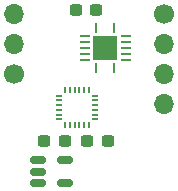
<source format=gbr>
%TF.GenerationSoftware,KiCad,Pcbnew,7.0.1*%
%TF.CreationDate,2023-04-17T09:12:49+12:00*%
%TF.ProjectId,ICM-20948-breakout,49434d2d-3230-4393-9438-2d627265616b,rev?*%
%TF.SameCoordinates,Original*%
%TF.FileFunction,Soldermask,Top*%
%TF.FilePolarity,Negative*%
%FSLAX46Y46*%
G04 Gerber Fmt 4.6, Leading zero omitted, Abs format (unit mm)*
G04 Created by KiCad (PCBNEW 7.0.1) date 2023-04-17 09:12:49*
%MOMM*%
%LPD*%
G01*
G04 APERTURE LIST*
G04 Aperture macros list*
%AMRoundRect*
0 Rectangle with rounded corners*
0 $1 Rounding radius*
0 $2 $3 $4 $5 $6 $7 $8 $9 X,Y pos of 4 corners*
0 Add a 4 corners polygon primitive as box body*
4,1,4,$2,$3,$4,$5,$6,$7,$8,$9,$2,$3,0*
0 Add four circle primitives for the rounded corners*
1,1,$1+$1,$2,$3*
1,1,$1+$1,$4,$5*
1,1,$1+$1,$6,$7*
1,1,$1+$1,$8,$9*
0 Add four rect primitives between the rounded corners*
20,1,$1+$1,$2,$3,$4,$5,0*
20,1,$1+$1,$4,$5,$6,$7,0*
20,1,$1+$1,$6,$7,$8,$9,0*
20,1,$1+$1,$8,$9,$2,$3,0*%
G04 Aperture macros list end*
%ADD10RoundRect,0.150000X-0.512500X-0.150000X0.512500X-0.150000X0.512500X0.150000X-0.512500X0.150000X0*%
%ADD11RoundRect,0.050000X-0.225000X-0.050000X0.225000X-0.050000X0.225000X0.050000X-0.225000X0.050000X0*%
%ADD12RoundRect,0.050000X0.050000X-0.225000X0.050000X0.225000X-0.050000X0.225000X-0.050000X-0.225000X0*%
%ADD13RoundRect,0.237500X0.300000X0.237500X-0.300000X0.237500X-0.300000X-0.237500X0.300000X-0.237500X0*%
%ADD14R,2.050000X2.050000*%
%ADD15R,0.280000X0.850000*%
%ADD16R,0.850000X0.280000*%
%ADD17RoundRect,0.237500X-0.300000X-0.237500X0.300000X-0.237500X0.300000X0.237500X-0.300000X0.237500X0*%
%ADD18C,1.700000*%
%ADD19O,1.700000X1.700000*%
G04 APERTURE END LIST*
D10*
%TO.C,U3*%
X145957500Y-85020000D03*
X145957500Y-85970000D03*
X145957500Y-86920000D03*
X148232500Y-86920000D03*
X148232500Y-85020000D03*
%TD*%
D11*
%TO.C,U1*%
X147770000Y-79540000D03*
X147770000Y-79940000D03*
X147770000Y-80340000D03*
X147770000Y-80740000D03*
X147770000Y-81140000D03*
X147770000Y-81540000D03*
D12*
X148270000Y-82040000D03*
X148670000Y-82040000D03*
X149070000Y-82040000D03*
X149470000Y-82040000D03*
X149870000Y-82040000D03*
X150270000Y-82040000D03*
D11*
X150770000Y-81540000D03*
X150770000Y-81140000D03*
X150770000Y-80740000D03*
X150770000Y-80340000D03*
X150770000Y-79940000D03*
X150770000Y-79540000D03*
D12*
X150270000Y-79040000D03*
X149870000Y-79040000D03*
X149470000Y-79040000D03*
X149070000Y-79040000D03*
X148670000Y-79040000D03*
X148270000Y-79040000D03*
%TD*%
D13*
%TO.C,C2*%
X146507500Y-83390000D03*
X148232500Y-83390000D03*
%TD*%
%TO.C,C3*%
X150905000Y-72265000D03*
X149180000Y-72265000D03*
%TD*%
D14*
%TO.C,U2*%
X151655000Y-75490000D03*
D15*
X152405000Y-73765000D03*
D16*
X153380000Y-74490000D03*
X153380000Y-74990000D03*
X153380000Y-75490000D03*
X153380000Y-75990000D03*
X153380000Y-76490000D03*
D15*
X152405000Y-77215000D03*
X150905000Y-77215000D03*
D16*
X149930000Y-76490000D03*
X149930000Y-75990000D03*
X149930000Y-75490000D03*
X149930000Y-74990000D03*
X149930000Y-74490000D03*
D15*
X150905000Y-73765000D03*
%TD*%
D17*
%TO.C,C1*%
X150139930Y-83390000D03*
X151864930Y-83390000D03*
%TD*%
D18*
%TO.C,J2*%
X143960000Y-77720000D03*
D19*
X143960000Y-75180000D03*
X143960000Y-72640000D03*
%TD*%
%TO.C,J1*%
X156660000Y-80260000D03*
X156660000Y-77720000D03*
X156660000Y-75180000D03*
D18*
X156660000Y-72640000D03*
%TD*%
M02*

</source>
